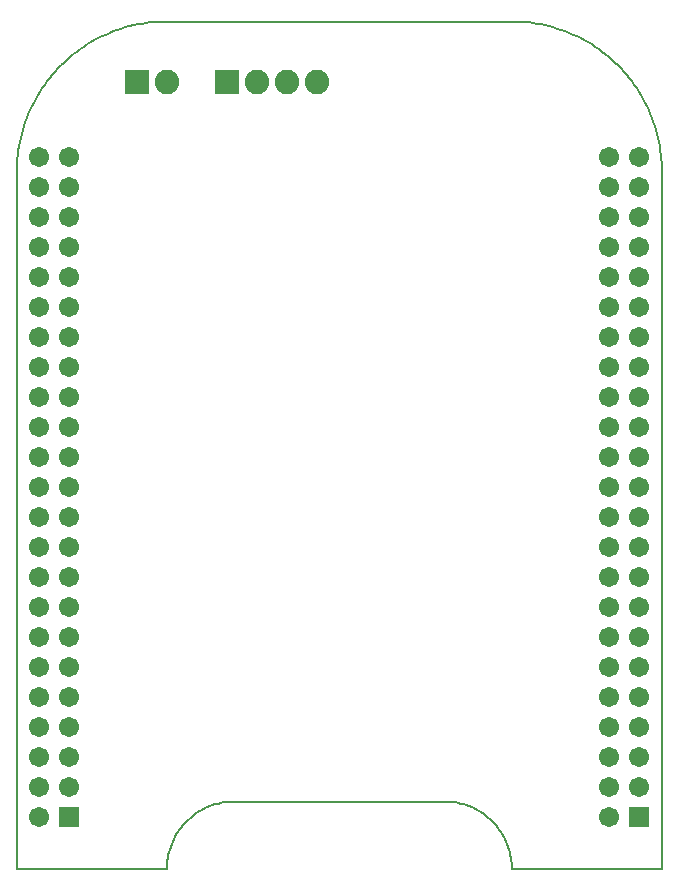
<source format=gbs>
G75*
%MOIN*%
%OFA0B0*%
%FSLAX24Y24*%
%IPPOS*%
%LPD*%
%AMOC8*
5,1,8,0,0,1.08239X$1,22.5*
%
%ADD10C,0.0050*%
%ADD11R,0.0674X0.0674*%
%ADD12C,0.0674*%
%ADD13R,0.0820X0.0820*%
%ADD14C,0.0820*%
D10*
X000500Y006250D02*
X005500Y006250D01*
X005502Y006343D01*
X005508Y006436D01*
X005517Y006528D01*
X005531Y006620D01*
X005548Y006712D01*
X005569Y006802D01*
X005594Y006892D01*
X005622Y006981D01*
X005654Y007068D01*
X005690Y007154D01*
X005729Y007238D01*
X005771Y007321D01*
X005817Y007402D01*
X005866Y007481D01*
X005919Y007557D01*
X005974Y007632D01*
X006033Y007704D01*
X006095Y007774D01*
X006159Y007841D01*
X006226Y007905D01*
X006296Y007967D01*
X006368Y008026D01*
X006443Y008081D01*
X006519Y008134D01*
X006598Y008183D01*
X006679Y008229D01*
X006762Y008271D01*
X006846Y008310D01*
X006932Y008346D01*
X007019Y008378D01*
X007108Y008406D01*
X007198Y008431D01*
X007288Y008452D01*
X007380Y008469D01*
X007472Y008483D01*
X007564Y008492D01*
X007657Y008498D01*
X007750Y008500D01*
X014750Y008500D01*
X014843Y008498D01*
X014936Y008492D01*
X015028Y008483D01*
X015120Y008469D01*
X015212Y008452D01*
X015302Y008431D01*
X015392Y008406D01*
X015481Y008378D01*
X015568Y008346D01*
X015654Y008310D01*
X015738Y008271D01*
X015821Y008229D01*
X015902Y008183D01*
X015981Y008134D01*
X016057Y008081D01*
X016132Y008026D01*
X016204Y007967D01*
X016274Y007905D01*
X016341Y007841D01*
X016405Y007774D01*
X016467Y007704D01*
X016526Y007632D01*
X016581Y007557D01*
X016634Y007481D01*
X016683Y007402D01*
X016729Y007321D01*
X016771Y007238D01*
X016810Y007154D01*
X016846Y007068D01*
X016878Y006981D01*
X016906Y006892D01*
X016931Y006802D01*
X016952Y006712D01*
X016969Y006620D01*
X016983Y006528D01*
X016992Y006436D01*
X016998Y006343D01*
X017000Y006250D01*
X022000Y006250D01*
X022000Y029500D01*
X021998Y029640D01*
X021992Y029780D01*
X021982Y029920D01*
X021969Y030060D01*
X021951Y030199D01*
X021929Y030338D01*
X021904Y030475D01*
X021875Y030613D01*
X021842Y030749D01*
X021805Y030884D01*
X021764Y031018D01*
X021719Y031151D01*
X021671Y031283D01*
X021619Y031413D01*
X021564Y031542D01*
X021505Y031669D01*
X021442Y031795D01*
X021376Y031919D01*
X021307Y032040D01*
X021234Y032160D01*
X021157Y032278D01*
X021078Y032393D01*
X020995Y032507D01*
X020909Y032617D01*
X020820Y032726D01*
X020728Y032832D01*
X020633Y032935D01*
X020536Y033036D01*
X020435Y033133D01*
X020332Y033228D01*
X020226Y033320D01*
X020117Y033409D01*
X020007Y033495D01*
X019893Y033578D01*
X019778Y033657D01*
X019660Y033734D01*
X019540Y033807D01*
X019419Y033876D01*
X019295Y033942D01*
X019169Y034005D01*
X019042Y034064D01*
X018913Y034119D01*
X018783Y034171D01*
X018651Y034219D01*
X018518Y034264D01*
X018384Y034305D01*
X018249Y034342D01*
X018113Y034375D01*
X017975Y034404D01*
X017838Y034429D01*
X017699Y034451D01*
X017560Y034469D01*
X017420Y034482D01*
X017280Y034492D01*
X017140Y034498D01*
X017000Y034500D01*
X005500Y034500D01*
X005360Y034498D01*
X005220Y034492D01*
X005080Y034482D01*
X004940Y034469D01*
X004801Y034451D01*
X004662Y034429D01*
X004525Y034404D01*
X004387Y034375D01*
X004251Y034342D01*
X004116Y034305D01*
X003982Y034264D01*
X003849Y034219D01*
X003717Y034171D01*
X003587Y034119D01*
X003458Y034064D01*
X003331Y034005D01*
X003205Y033942D01*
X003081Y033876D01*
X002960Y033807D01*
X002840Y033734D01*
X002722Y033657D01*
X002607Y033578D01*
X002493Y033495D01*
X002383Y033409D01*
X002274Y033320D01*
X002168Y033228D01*
X002065Y033133D01*
X001964Y033036D01*
X001867Y032935D01*
X001772Y032832D01*
X001680Y032726D01*
X001591Y032617D01*
X001505Y032507D01*
X001422Y032393D01*
X001343Y032278D01*
X001266Y032160D01*
X001193Y032040D01*
X001124Y031919D01*
X001058Y031795D01*
X000995Y031669D01*
X000936Y031542D01*
X000881Y031413D01*
X000829Y031283D01*
X000781Y031151D01*
X000736Y031018D01*
X000695Y030884D01*
X000658Y030749D01*
X000625Y030613D01*
X000596Y030475D01*
X000571Y030338D01*
X000549Y030199D01*
X000531Y030060D01*
X000518Y029920D01*
X000508Y029780D01*
X000502Y029640D01*
X000500Y029500D01*
X000500Y006250D01*
D11*
X002250Y008000D03*
X021250Y008000D03*
D12*
X021250Y009000D03*
X021250Y010000D03*
X021250Y011000D03*
X021250Y012000D03*
X021250Y013000D03*
X021250Y014000D03*
X021250Y015000D03*
X021250Y016000D03*
X021250Y017000D03*
X021250Y018000D03*
X021250Y019000D03*
X021250Y020000D03*
X021250Y021000D03*
X021250Y022000D03*
X021250Y023000D03*
X021250Y024000D03*
X021250Y025000D03*
X021250Y026000D03*
X021250Y027000D03*
X021250Y028000D03*
X021250Y029000D03*
X021250Y030000D03*
X020250Y030000D03*
X020250Y029000D03*
X020250Y028000D03*
X020250Y027000D03*
X020250Y026000D03*
X020250Y025000D03*
X020250Y024000D03*
X020250Y023000D03*
X020250Y022000D03*
X020250Y021000D03*
X020250Y020000D03*
X020250Y019000D03*
X020250Y018000D03*
X020250Y017000D03*
X020250Y016000D03*
X020250Y015000D03*
X020250Y014000D03*
X020250Y013000D03*
X020250Y012000D03*
X020250Y011000D03*
X020250Y010000D03*
X020250Y009000D03*
X020250Y008000D03*
X002250Y009000D03*
X002250Y010000D03*
X002250Y011000D03*
X002250Y012000D03*
X002250Y013000D03*
X002250Y014000D03*
X002250Y015000D03*
X002250Y016000D03*
X002250Y017000D03*
X002250Y018000D03*
X002250Y019000D03*
X002250Y020000D03*
X002250Y021000D03*
X002250Y022000D03*
X002250Y023000D03*
X002250Y024000D03*
X002250Y025000D03*
X002250Y026000D03*
X002250Y027000D03*
X002250Y028000D03*
X002250Y029000D03*
X002250Y030000D03*
X001250Y030000D03*
X001250Y029000D03*
X001250Y028000D03*
X001250Y027000D03*
X001250Y026000D03*
X001250Y025000D03*
X001250Y024000D03*
X001250Y023000D03*
X001250Y022000D03*
X001250Y021000D03*
X001250Y020000D03*
X001250Y019000D03*
X001250Y018000D03*
X001250Y017000D03*
X001250Y016000D03*
X001250Y015000D03*
X001250Y014000D03*
X001250Y013000D03*
X001250Y012000D03*
X001250Y011000D03*
X001250Y010000D03*
X001250Y009000D03*
X001250Y008000D03*
D13*
X004500Y032500D03*
X007500Y032500D03*
D14*
X008500Y032500D03*
X009500Y032500D03*
X010500Y032500D03*
X005500Y032500D03*
M02*

</source>
